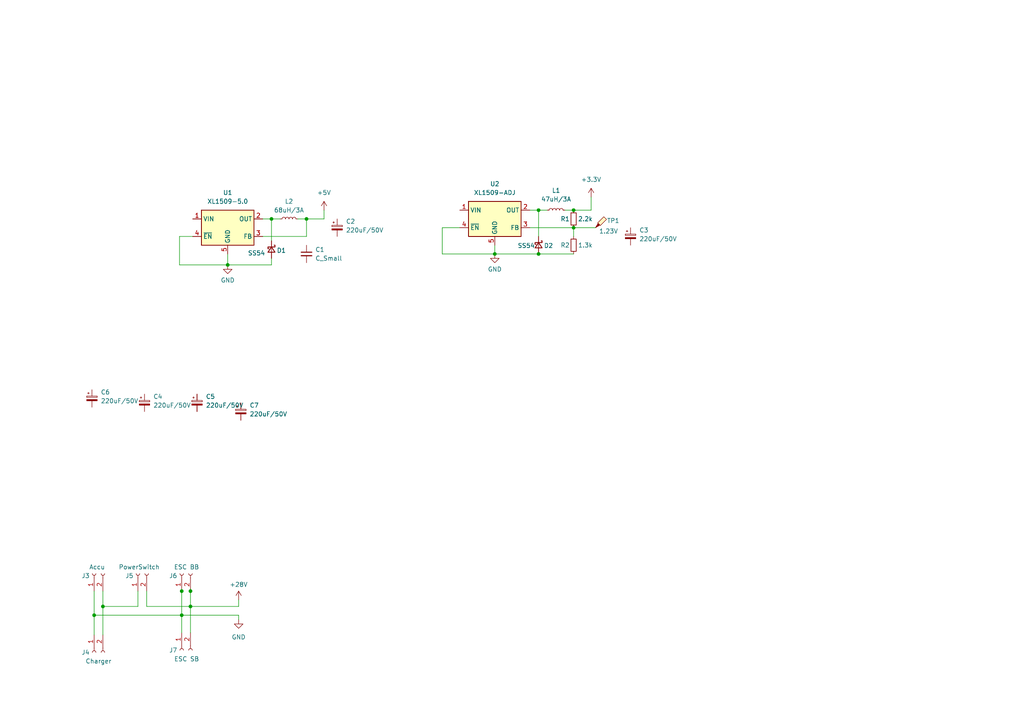
<source format=kicad_sch>
(kicad_sch (version 20230121) (generator eeschema)
  (paper "A4")
  (lib_symbols
    (symbol "Connector:Conn_01x02_Socket" (pin_names (offset 1.016) hide)
      (property "Reference" "J" (at 0 2.54 0))
      (property "Value" "Conn_01x02_Socket" (at 0 -5.08 0))
      (symbol "Conn_01x02_Socket_1_1"
        (arc (start 0 -2.032) (mid -0.5058 -2.54) (end 0 -3.048) (stroke (width 0.1524)))
        (polyline (pts (xy -1.27 -2.54) (xy -0.508 -2.54)) (stroke (width 0.1524)))
        (polyline (pts (xy -1.27 0) (xy -0.508 0)) (stroke (width 0.1524)))
        (arc (start 0 0.508) (mid -0.5058 0) (end 0 -0.508) (stroke (width 0.1524)))
        (pin passive line (at -5.08 0 0) (length 3.81) (name "Pin_1") (number "1"))
        (pin passive line (at -5.08 -2.54 0) (length 3.81) (name "Pin_2") (number "2"))
      )
    )
    (symbol "Connector:TestPoint_Probe" (pin_numbers hide) (pin_names (offset 0.762) hide)
      (property "Reference" "TP" (at 1.651 5.842 0))
      (property "Value" "TestPoint_Probe" (at 1.651 4.064 0))
      (symbol "TestPoint_Probe_0_1"
        (polyline (pts (xy 1.27 0.762) (xy 0 0) (xy 0.762 1.27) (xy 1.27 0.762)) (fill (type outline)))
        (polyline (pts (xy 1.397 0.635) (xy 0.635 1.397) (xy 2.413 3.175) (xy 3.175 2.413) (xy 1.397 0.635)) (fill (type background)))
      )
      (symbol "TestPoint_Probe_1_1"
        (pin passive line (at 0 0 90) (length 0) (name "1") (number "1"))
      )
    )
    (symbol "Device:C_Polarized_Small" (pin_numbers hide) (pin_names (offset 0.254) hide)
      (property "Reference" "C" (at 0.254 1.778 0))
      (property "Value" "C_Polarized_Small" (at 0.254 -2.032 0))
      (symbol "C_Polarized_Small_0_1"
        (rectangle (start -1.524 -0.3048) (end 1.524 -0.6858) (fill (type outline)))
        (rectangle (start -1.524 0.6858) (end 1.524 0.3048))
        (polyline (pts (xy -1.27 1.524) (xy -0.762 1.524)))
        (polyline (pts (xy -1.016 1.27) (xy -1.016 1.778)))
      )
      (symbol "C_Polarized_Small_1_1"
        (pin passive line (at 0 2.54 270) (length 1.8542) (name "~") (number "1"))
        (pin passive line (at 0 -2.54 90) (length 1.8542) (name "~") (number "2"))
      )
    )
    (symbol "Device:C_Small" (pin_numbers hide) (pin_names (offset 0.254) hide)
      (property "Reference" "C" (at 0.254 1.778 0))
      (property "Value" "C_Small" (at 0.254 -2.032 0))
      (symbol "C_Small_0_1"
        (polyline (pts (xy -1.524 -0.508) (xy 1.524 -0.508)) (stroke (width 0.3302)))
        (polyline (pts (xy -1.524 0.508) (xy 1.524 0.508)) (stroke (width 0.3048)))
      )
      (symbol "C_Small_1_1"
        (pin passive line (at 0 2.54 270) (length 2.032) (name "~") (number "1"))
        (pin passive line (at 0 -2.54 90) (length 2.032) (name "~") (number "2"))
      )
    )
    (symbol "Device:D_Schottky_Small" (pin_numbers hide) (pin_names (offset 0.254) hide)
      (property "Reference" "D" (at -1.27 2.032 0))
      (property "Value" "D_Schottky_Small" (at -7.112 -2.032 0))
      (symbol "D_Schottky_Small_0_1"
        (polyline (pts (xy -0.762 0) (xy 0.762 0)))
        (polyline (pts (xy 0.762 -1.016) (xy -0.762 0) (xy 0.762 1.016) (xy 0.762 -1.016)) (stroke (width 0.254)))
        (polyline (pts (xy -1.27 0.762) (xy -1.27 1.016) (xy -0.762 1.016) (xy -0.762 -1.016) (xy -0.254 -1.016) (xy -0.254 -0.762)) (stroke (width 0.254)))
      )
      (symbol "D_Schottky_Small_1_1"
        (pin passive line (at -2.54 0 0) (length 1.778) (name "K") (number "1"))
        (pin passive line (at 2.54 0 180) (length 1.778) (name "A") (number "2"))
      )
    )
    (symbol "Device:L_Small" (pin_numbers hide) (pin_names (offset 0.254) hide)
      (property "Reference" "L" (at 0.762 1.016 0))
      (property "Value" "L_Small" (at 0.762 -1.016 0))
      (symbol "L_Small_0_1"
        (arc (start 0 -2.032) (mid 0.5058 -1.524) (end 0 -1.016))
        (arc (start 0 -1.016) (mid 0.5058 -0.508) (end 0 0))
        (arc (start 0 0) (mid 0.5058 0.508) (end 0 1.016))
        (arc (start 0 1.016) (mid 0.5058 1.524) (end 0 2.032))
      )
      (symbol "L_Small_1_1"
        (pin passive line (at 0 2.54 270) (length 0.508) (name "~") (number "1"))
        (pin passive line (at 0 -2.54 90) (length 0.508) (name "~") (number "2"))
      )
    )
    (symbol "Device:R_Small" (pin_numbers hide) (pin_names (offset 0.254) hide)
      (property "Reference" "R" (at 0.762 0.508 0))
      (property "Value" "R_Small" (at 0.762 -1.016 0))
      (symbol "R_Small_0_1"
        (rectangle (start -0.762 1.778) (end 0.762 -1.778) (stroke (width 0.2032)))
      )
      (symbol "R_Small_1_1"
        (pin passive line (at 0 2.54 270) (length 0.762) (name "~") (number "1"))
        (pin passive line (at 0 -2.54 90) (length 0.762) (name "~") (number "2"))
      )
    )
    (symbol "Regulator_Switching:XL1509-5.0"
      (property "Reference" "U" (at -7.112 6.096 0))
      (property "Value" "XL1509-5.0" (at 5.842 6.096 0))
      (symbol "XL1509-5.0_0_1"
        (rectangle (start -7.62 5.08) (end 7.62 -5.08) (stroke (width 0.254)) (fill (type background)))
      )
      (symbol "XL1509-5.0_1_1"
        (pin power_in line (at -10.16 2.54 0) (length 2.54) (name "VIN") (number "1"))
        (pin power_out line (at 10.16 2.54 180) (length 2.54) (name "OUT") (number "2"))
        (pin input line (at 10.16 -2.54 180) (length 2.54) (name "FB") (number "3"))
        (pin input line (at -10.16 -2.54 0) (length 2.54) (name "~{EN}") (number "4"))
        (pin power_in line (at 0 -7.62 90) (length 2.54) (name "GND") (number "5"))
        (pin passive line (at 0 -7.62 90) (length 2.54) hide (name "GND") (number "6"))
        (pin passive line (at 0 -7.62 90) (length 2.54) hide (name "GND") (number "7"))
        (pin passive line (at 0 -7.62 90) (length 2.54) hide (name "GND") (number "8"))
      )
    )
    (symbol "Regulator_Switching:XL1509-ADJ"
      (property "Reference" "U" (at -7.112 6.096 0))
      (property "Value" "XL1509-ADJ" (at 5.842 6.096 0))
      (symbol "XL1509-ADJ_0_1"
        (rectangle (start -7.62 5.08) (end 7.62 -5.08) (stroke (width 0.254)) (fill (type background)))
      )
      (symbol "XL1509-ADJ_1_1"
        (pin power_in line (at -10.16 2.54 0) (length 2.54) (name "VIN") (number "1"))
        (pin power_out line (at 10.16 2.54 180) (length 2.54) (name "OUT") (number "2"))
        (pin input line (at 10.16 -2.54 180) (length 2.54) (name "FB") (number "3"))
        (pin input line (at -10.16 -2.54 0) (length 2.54) (name "~{EN}") (number "4"))
        (pin power_in line (at 0 -7.62 90) (length 2.54) (name "GND") (number "5"))
        (pin passive line (at 0 -7.62 90) (length 2.54) hide (name "GND") (number "6"))
        (pin passive line (at 0 -7.62 90) (length 2.54) hide (name "GND") (number "7"))
        (pin passive line (at 0 -7.62 90) (length 2.54) hide (name "GND") (number "8"))
      )
    )
    (symbol "power:+28V" (power) (pin_names (offset 0))
      (property "Value" "+28V" (at 0 3.81 0))
      (symbol "+28V_0_1"
        (polyline (pts (xy -0.762 1.27) (xy 0 2.54)))
        (polyline (pts (xy 0 0) (xy 0 2.54)))
        (polyline (pts (xy 0 2.54) (xy 0.762 1.27)))
      )
      (symbol "+28V_1_1"
        (pin power_in line (at 0 0 90) (length 0) hide (name "+28V") (number "1"))
      )
    )
    (symbol "power:+3.3V" (power) (pin_names (offset 0))
      (property "Value" "+3.3V" (at 0 3.556 0))
      (symbol "+3.3V_0_1"
        (polyline (pts (xy -0.762 1.27) (xy 0 2.54)))
        (polyline (pts (xy 0 0) (xy 0 2.54)))
        (polyline (pts (xy 0 2.54) (xy 0.762 1.27)))
      )
      (symbol "+3.3V_1_1"
        (pin power_in line (at 0 0 90) (length 0) hide (name "+3.3V") (number "1"))
      )
    )
    (symbol "power:+5V" (power) (pin_names (offset 0))
      (property "Value" "+5V" (at 0 3.556 0))
      (symbol "+5V_0_1"
        (polyline (pts (xy -0.762 1.27) (xy 0 2.54)))
        (polyline (pts (xy 0 0) (xy 0 2.54)))
        (polyline (pts (xy 0 2.54) (xy 0.762 1.27)))
      )
      (symbol "+5V_1_1"
        (pin power_in line (at 0 0 90) (length 0) hide (name "+5V") (number "1"))
      )
    )
    (symbol "power:GND" (power) (pin_names (offset 0))
      (property "Value" "GND" (at 0 -3.81 0))
      (symbol "GND_0_1"
        (polyline (pts (xy 0 0) (xy 0 -1.27) (xy 1.27 -1.27) (xy 0 -2.54) (xy -1.27 -1.27) (xy 0 -1.27)))
      )
      (symbol "GND_1_1"
        (pin power_in line (at 0 0 270) (length 0) hide (name "GND") (number "1"))
      )
    )
  )
  (junction (at 55.245 171.45))
  (junction (at 55.245 175.895))
  (junction (at 66.04 76.835))
  (junction (at 166.37 66.04))
  (junction (at 52.705 171.45))
  (junction (at 156.21 73.66))
  (junction (at 143.51 73.66))
  (junction (at 156.21 60.96))
  (junction (at 27.305 178.435))
  (junction (at 29.845 175.895))
  (junction (at 88.9 63.5))
  (junction (at 52.705 178.435))
  (junction (at 166.37 60.96))
  (junction (at 78.74 63.5))
  (wire (pts (xy 128.27 73.66) (xy 143.51 73.66)))
  (wire (pts (xy 69.215 173.99) (xy 69.215 175.895)))
  (wire (pts (xy 29.845 171.45) (xy 29.845 175.895)))
  (wire (pts (xy 143.51 73.66) (xy 156.21 73.66)))
  (wire (pts (xy 52.705 178.435) (xy 52.705 183.515)))
  (wire (pts (xy 171.45 57.15) (xy 171.45 60.96)))
  (wire (pts (xy 143.51 71.12) (xy 143.51 73.66)))
  (wire (pts (xy 76.2 63.5) (xy 78.74 63.5)))
  (wire (pts (xy 166.37 66.04) (xy 166.37 68.58)))
  (wire (pts (xy 163.83 60.96) (xy 166.37 60.96)))
  (wire (pts (xy 153.67 66.04) (xy 166.37 66.04)))
  (wire (pts (xy 55.245 171.45) (xy 55.245 170.815)))
  (wire (pts (xy 78.74 63.5) (xy 81.28 63.5)))
  (wire (pts (xy 88.9 68.58) (xy 88.9 63.5)))
  (wire (pts (xy 52.705 170.815) (xy 52.705 171.45)))
  (wire (pts (xy 52.705 178.435) (xy 69.215 178.435)))
  (wire (pts (xy 55.245 175.895) (xy 55.245 183.515)))
  (wire (pts (xy 156.21 60.96) (xy 156.21 68.58)))
  (wire (pts (xy 166.37 66.04) (xy 172.72 66.04)))
  (wire (pts (xy 76.2 68.58) (xy 88.9 68.58)))
  (wire (pts (xy 78.74 63.5) (xy 78.74 69.85)))
  (wire (pts (xy 40.005 175.895) (xy 29.845 175.895)))
  (wire (pts (xy 88.9 63.5) (xy 93.98 63.5)))
  (wire (pts (xy 66.04 76.835) (xy 66.04 73.66)))
  (wire (pts (xy 156.21 60.96) (xy 158.75 60.96)))
  (wire (pts (xy 153.67 60.96) (xy 156.21 60.96)))
  (wire (pts (xy 29.845 175.895) (xy 29.845 184.15)))
  (wire (pts (xy 78.74 76.835) (xy 66.04 76.835)))
  (wire (pts (xy 156.21 73.66) (xy 166.37 73.66)))
  (wire (pts (xy 27.305 178.435) (xy 52.705 178.435)))
  (wire (pts (xy 40.005 171.45) (xy 40.005 175.895)))
  (wire (pts (xy 27.305 171.45) (xy 27.305 178.435)))
  (wire (pts (xy 93.98 63.5) (xy 93.98 60.96)))
  (wire (pts (xy 128.27 66.04) (xy 128.27 73.66)))
  (wire (pts (xy 52.705 171.45) (xy 52.705 178.435)))
  (wire (pts (xy 69.215 178.435) (xy 69.215 179.705)))
  (wire (pts (xy 42.545 175.895) (xy 42.545 171.45)))
  (wire (pts (xy 52.07 76.835) (xy 66.04 76.835)))
  (wire (pts (xy 88.9 63.5) (xy 86.36 63.5)))
  (wire (pts (xy 27.305 178.435) (xy 27.305 184.15)))
  (wire (pts (xy 78.74 74.93) (xy 78.74 76.835)))
  (wire (pts (xy 55.245 175.895) (xy 55.245 171.45)))
  (wire (pts (xy 42.545 175.895) (xy 55.245 175.895)))
  (wire (pts (xy 133.35 66.04) (xy 128.27 66.04)))
  (wire (pts (xy 55.88 68.58) (xy 52.07 68.58)))
  (wire (pts (xy 166.37 60.96) (xy 171.45 60.96)))
  (wire (pts (xy 52.07 68.58) (xy 52.07 76.835)))
  (wire (pts (xy 55.245 175.895) (xy 69.215 175.895)))
  (symbol (lib_id "Device:D_Schottky_Small") (at 156.21 71.12 270) (unit 1)
    (property "Reference" "D2" (at 157.734 71.247 90) (effects (justify left)))
    (property "Value" "SS54" (at 150.114 71.247 90) (effects (justify left)))
    (property "Footprint" "A_Device:D_SMA_4.3x3x2.4" (effects hide))
    (property "Datasheet" "https://datasheet.lcsc.com/lcsc/2303141100_MDD-Microdiode-Electronics--SS54_C22452.pdf" (effects hide))
    (property "LCSC" "C22452" (effects hide))
  )
  (symbol (lib_id "power:+5V") (at 93.98 60.96 0) (unit 1)
    (property "Reference" "#PWR04" (effects hide))
    (property "Value" "+5V" (at 93.98 55.88 0))
  )
  (symbol (lib_id "Device:C_Polarized_Small") (at 97.79 66.04 0) (unit 1)
    (property "Reference" "C2" (at 100.33 64.2239 0) (effects (justify left)))
    (property "Value" "220uF/50V" (at 100.33 66.7639 0) (effects (justify left)))
    (property "Footprint" "A_Device:CP_ALU_D10x10.5" (effects hide))
    (property "LCSC" "C116211" (effects hide))
  )
  (symbol (lib_id "Regulator_Switching:XL1509-5.0") (at 66.04 66.04 0) (unit 1)
    (property "Reference" "U1" (at 66.04 55.88 0))
    (property "Value" "XL1509-5.0" (at 66.04 58.42 0))
    (property "Footprint" "Package_SO:SOIC-8_3.9x4.9mm_P1.27mm" (effects hide))
    (property "Datasheet" "https://datasheet.lcsc.com/lcsc/1809050422_XLSEMI-XL1509-5-0E1_C61063.pdf" (effects hide))
    (property "LCSC" "C61063" (effects hide))
  )
  (symbol (lib_id "Device:L_Small") (at 83.82 63.5 90) (unit 1)
    (property "Reference" "L2" (at 83.82 58.42 90))
    (property "Value" "68uH/3A" (at 83.82 60.96 90))
    (property "Datasheet" "https://datasheet.lcsc.com/lcsc/2003172239_YJYCOIN-YSPI1050-680M_C497902.pdf" (effects hide))
    (property "LCLS" "C497902" (effects hide))
  )
  (symbol (lib_id "Connector:Conn_01x02_Socket") (at 40.005 166.37 90) (unit 1)
    (property "Reference" "J5" (at 38.735 167.005 90) (effects (justify left)))
    (property "Value" "PowerSwitch" (at 46.355 164.465 90) (effects (justify left)))
  )
  (symbol (lib_id "Connector:Conn_01x02_Socket") (at 27.305 166.37 90) (unit 1)
    (property "Reference" "J3" (at 26.035 167.005 90) (effects (justify left)))
    (property "Value" "Accu" (at 30.48 164.465 90) (effects (justify left)))
  )
  (symbol (lib_id "Device:C_Small") (at 88.9 73.66 0) (unit 1)
    (property "Reference" "C1" (at 91.44 72.3963 0) (effects (justify left)))
    (property "Value" "C_Small" (at 91.44 74.9363 0) (effects (justify left)))
  )
  (symbol (lib_id "Device:C_Polarized_Small") (at 69.85 119.38 0) (unit 1)
    (property "Reference" "C7" (at 72.39 117.5639 0) (effects (justify left)))
    (property "Value" "220uF/50V" (at 72.39 120.1039 0) (effects (justify left)))
    (property "Footprint" "A_Device:CP_ALU_D10x10.5" (effects hide))
    (property "LCSC" "C116211" (effects hide))
  )
  (symbol (lib_id "Device:C_Polarized_Small") (at 182.88 68.58 0) (unit 1)
    (property "Reference" "C3" (at 185.42 66.7639 0) (effects (justify left)))
    (property "Value" "220uF/50V" (at 185.42 69.3039 0) (effects (justify left)))
    (property "Footprint" "A_Device:CP_ALU_D10x10.5" (effects hide))
    (property "LCSC" "C116211" (effects hide))
  )
  (symbol (lib_id "Device:L_Small") (at 161.29 60.96 90) (unit 1)
    (property "Reference" "L1" (at 161.29 55.245 90))
    (property "Value" "47uH/3A" (at 161.29 57.785 90))
    (property "Datasheet" "https://datasheet.lcsc.com/lcsc/2209271230_Sunltech-Tech-SLO1040H470MTT_C182153.pdf" (effects hide))
    (property "LCSC" "C182153" (effects hide))
  )
  (symbol (lib_id "Device:R_Small") (at 166.37 63.5 0) (unit 1)
    (property "Reference" "R1" (at 162.56 63.5 0) (effects (justify left)))
    (property "Value" "2.2k" (at 167.64 63.5 0) (effects (justify left)))
  )
  (symbol (lib_id "Device:D_Schottky_Small") (at 78.74 72.39 270) (unit 1)
    (property "Reference" "D1" (at 80.264 72.644 90) (effects (justify left)))
    (property "Value" "SS54" (at 71.882 73.406 90) (effects (justify left)))
    (property "Footprint" "A_Device:D_SMA_4.3x3x2.4" (effects hide))
    (property "Datasheet" "https://datasheet.lcsc.com/lcsc/2303141100_MDD-Microdiode-Electronics--SS54_C22452.pdf" (effects hide))
    (property "LCSC" "C22452" (effects hide))
  )
  (symbol (lib_id "Connector:Conn_01x02_Socket") (at 52.705 188.595 90) (mirror x) (unit 1)
    (property "Reference" "J7" (at 51.435 188.595 90) (effects (justify left)))
    (property "Value" "ESC SB" (at 57.785 191.135 90) (effects (justify left)))
  )
  (symbol (lib_id "Device:R_Small") (at 166.37 71.12 0) (unit 1)
    (property "Reference" "R2" (at 162.56 71.12 0) (effects (justify left)))
    (property "Value" "1.3k" (at 167.64 71.12 0) (effects (justify left)))
  )
  (symbol (lib_id "Connector:TestPoint_Probe") (at 172.72 66.04 0) (unit 1)
    (property "Reference" "TP1" (at 176.022 64.008 0) (effects (justify left)))
    (property "Value" "1.23V" (at 173.736 67.056 0) (effects (justify left)))
  )
  (symbol (lib_id "Device:C_Polarized_Small") (at 57.15 116.84 0) (unit 1)
    (property "Reference" "C5" (at 59.69 115.0239 0) (effects (justify left)))
    (property "Value" "220uF/50V" (at 59.69 117.5639 0) (effects (justify left)))
    (property "Footprint" "A_Device:CP_ALU_D10x10.5" (effects hide))
    (property "LCSC" "C116211" (effects hide))
  )
  (symbol (lib_id "Connector:Conn_01x02_Socket") (at 27.305 189.23 90) (mirror x) (unit 1)
    (property "Reference" "J4" (at 26.035 189.23 90) (effects (justify left)))
    (property "Value" "Charger" (at 32.385 191.77 90) (effects (justify left)))
  )
  (symbol (lib_id "power:GND") (at 69.215 179.705 0) (unit 1)
    (property "Reference" "#PWR01" (effects hide))
    (property "Value" "GND" (at 69.215 184.785 0))
  )
  (symbol (lib_id "power:+28V") (at 69.215 173.99 0) (unit 1)
    (property "Reference" "#PWR02" (effects hide))
    (property "Value" "+28V" (at 69.215 169.545 0))
  )
  (symbol (lib_id "Connector:Conn_01x02_Socket") (at 52.705 166.37 90) (unit 1)
    (property "Reference" "J6" (at 51.435 167.005 90) (effects (justify left)))
    (property "Value" "ESC BB" (at 57.785 164.465 90) (effects (justify left)))
  )
  (symbol (lib_id "power:GND") (at 66.04 76.835 0) (unit 1)
    (property "Reference" "#PWR07" (effects hide))
    (property "Value" "GND" (at 66.04 81.28 0))
  )
  (symbol (lib_id "Regulator_Switching:XL1509-ADJ") (at 143.51 63.5 0) (unit 1)
    (property "Reference" "U2" (at 143.51 53.34 0))
    (property "Value" "XL1509-ADJ" (at 143.51 55.88 0))
    (property "Footprint" "Package_SO:SOIC-8_3.9x4.9mm_P1.27mm" (effects hide))
    (property "Datasheet" "https://datasheet.lcsc.com/lcsc/1809050422_XLSEMI-XL1509-5-0E1_C61063.pdf" (effects hide))
    (property "LCSC" "C74192" (effects hide))
  )
  (symbol (lib_id "power:+3.3V") (at 171.45 57.15 0) (unit 1)
    (property "Reference" "#PWR03" (effects hide))
    (property "Value" "+3.3V" (at 171.45 52.07 0))
  )
  (symbol (lib_id "Device:C_Polarized_Small") (at 26.67 115.57 0) (unit 1)
    (property "Reference" "C6" (at 29.21 113.7539 0) (effects (justify left)))
    (property "Value" "220uF/50V" (at 29.21 116.2939 0) (effects (justify left)))
    (property "Footprint" "A_Device:CP_ALU_D10x10.5" (effects hide))
    (property "LCSC" "C116211" (effects hide))
  )
  (symbol (lib_id "Device:C_Polarized_Small") (at 41.91 116.84 0) (unit 1)
    (property "Reference" "C4" (at 44.45 115.0239 0) (effects (justify left)))
    (property "Value" "220uF/50V" (at 44.45 117.5639 0) (effects (justify left)))
    (property "Footprint" "A_Device:CP_ALU_D10x10.5" (effects hide))
    (property "LCSC" "C116211" (effects hide))
  )
  (symbol (lib_id "power:GND") (at 143.51 73.66 0) (unit 1)
    (property "Reference" "#PWR08" (effects hide))
    (property "Value" "GND" (at 143.51 78.105 0))
  )
)
</source>
